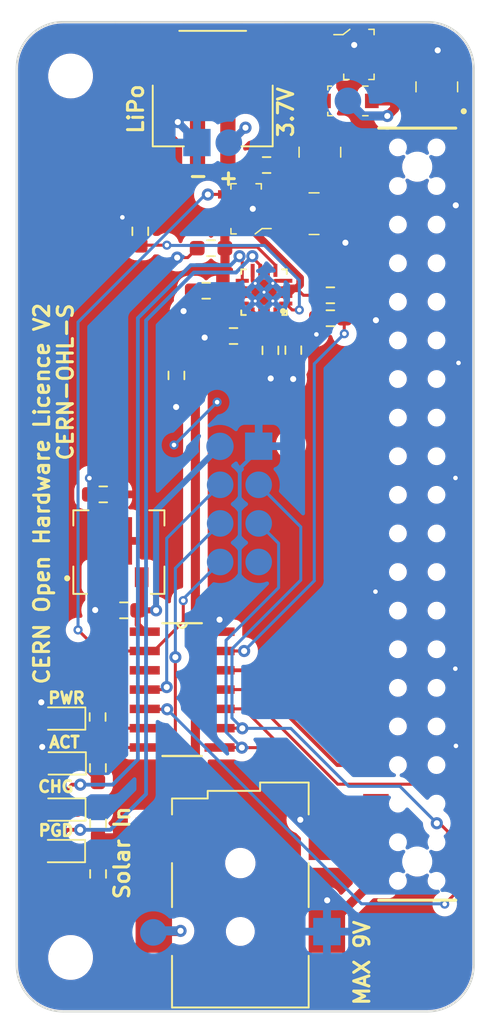
<source format=kicad_pcb>
(kicad_pcb (version 20221018) (generator pcbnew)
  (layers (0 "F.Cu" signal) (31 "B.Cu" signal) (34 "B.Paste" user) (35 "F.Paste" user) (36 "B.SilkS" user "B.Silkscreen") (37 "F.SilkS" user "F.Silkscreen") (38 "B.Mask" user) (39 "F.Mask" user) (44 "Edge.Cuts" user))
  (net 0 "")
  (net 1 "5v2RPi")
  (net 2 "GND")
  (net 3 "VccSolar")
  (net 4 "VccBattery")
  (net 5 "VccBQ")
  (net 6 "3v_to_ATtiny")
  (footprint "Resistor_SMD:R_0603_1608Metric_Pad0.98x0.95mm_HandSolder" (layer "F.Cu") (at 171.25 83.84)
    (fp_text reference "R1" hide)
    (fp_text value "10k" hide)
  )
  (footprint "" (layer "F.Cu") (at 170.73 109.96)
    (fp_text reference "" hide)
    (fp_text value "" hide)
  )
  (footprint "Fiducial:Fiducial_1mm_Mask2mm" (layer "F.Cu") (at 161.96 76.11)
    (fp_text reference "FID1" hide)
    (fp_text value "Fiducial_1mm_Mask2mm" hide)
  )
  (footprint "digikey-footprints:ATtiny84-SSFR" (layer "F.Cu") (at 165.6862 118.355)
    (fp_text reference "U1" hide)
    (fp_text value "ATtiny84-SSFR" hide)
  )
  (footprint "LED_SMD:LED_0603_1608Metric_Pad1.05x0.95mm_HandSolder" (layer "F.Cu") (at 157.635 128.98 180)
    (fp_text reference "D1" hide)
    (fp_text value "" hide)
  )
  (footprint "Fiducial:Fiducial_1mm_Mask2mm" (layer "F.Cu") (at 182.66 137.31)
    (fp_text reference "FID4" hide)
    (fp_text value "Fiducial_1mm_Mask2mm" hide)
  )
  (footprint "Resistor_SMD:R_0603_1608Metric_Pad0.98x0.95mm_HandSolder" (layer "F.Cu") (at 167.27 92.11)
    (fp_text reference "C1" hide)
    (fp_text value "10uf" hide)
  )
  (footprint "Resistor_SMD:R_0603_1608Metric_Pad0.98x0.95mm_HandSolder" (layer "F.Cu") (at 173.01 96.02 -90)
    (fp_text reference "R4" hide)
    (fp_text value "1.13k" hide)
  )
  (footprint "Resistor_SMD:R_0603_1608Metric_Pad0.98x0.95mm_HandSolder" (layer "F.Cu") (at 175.45 92.41)
    (fp_text reference "R1" hide)
    (fp_text value "10k" hide)
  )
  (footprint "digikey-kicad-library:AP2126-WG" (layer "F.Cu") (at 169.9 86.72 90)
    (fp_text reference "U4" hide)
    (fp_text value "AP2161-WG" hide)
  )
  (footprint "digikey-footprints:SMT_Solar_barrel" (layer "F.Cu") (at 163.82 128.17 90)
    (fp_text reference "J3" hide)
    (fp_text value "SMT_Solar_barrel" hide)
  )
  (footprint "Fiducial:Fiducial_1mm_Mask2mm" (layer "F.Cu") (at 156.48 82.99)
    (fp_text reference "FID3" hide)
    (fp_text value "Fiducial_1mm_Mask2mm" hide)
  )
  (footprint "Resistor_SMD:R_0603_1608Metric_Pad0.98x0.95mm_HandSolder" (layer "F.Cu") (at 175.45 93.92)
    (fp_text reference "R1" hide)
    (fp_text value "10k" hide)
  )
  (footprint "digikey-footprints:RPi_SMD" (layer "F.Cu") (at 169.135 106.33)
    (fp_text reference "REF**" hide)
    (fp_text value "RPi_SMD" hide)
    (fp_line (start -14.355 -28.85) (end -14.355 26.46) (stroke (width 0.12)) (layer "Edge.Cuts"))
    (fp_line (start -14.355 26.46) (end -14.355 30.15) (stroke (width 0.12)) (layer "Edge.Cuts"))
    (fp_line (start -7.855 -31.91) (end -11.295 -31.91) (stroke (width 0.12)) (layer "Edge.Cuts"))
    (fp_line (start 12.705 -31.91) (end -7.855 -31.91) (stroke (width 0.12)) (layer "Edge.Cuts"))
    (fp_line (start 12.705 33.21) (end -11.295 33.21) (stroke (width 0.12)) (layer "Edge.Cuts"))
    (fp_line (start 15.765 -28.85) (end 15.765 30.15) (stroke (width 0.12)) (layer "Edge.Cuts"))
    (fp_arc (start -14.355 -28.85) (mid -13.458747 -31.013747) (end -11.295 -31.91) (stroke (width 0.12)) (layer "Edge.Cuts"))
    (fp_arc (start -11.295 33.21) (mid -13.458747 32.313747) (end -14.355 30.15) (stroke (width 0.12)) (layer "Edge.Cuts"))
    (fp_arc (start 12.705 -31.91) (mid 14.868747 -31.013747) (end 15.765 -28.85) (stroke (width 0.12)) (layer "Edge.Cuts"))
    (fp_arc (start 15.765 30.15) (mid 14.868747 32.313747) (end 12.705 33.21) (stroke (width 0.12)) (layer "Edge.Cuts"))
  )
  (footprint "LOGO" (layer "F.Cu") (at 160.965646 95.101101 90)
    (fp_text reference "G***" hide)
    (fp_text value "LOGO" hide)
  )
  (footprint "Resistor_SMD:R_0603_1608Metric_Pad0.98x0.95mm_HandSolder" (layer "F.Cu") (at 167.59 89.31)
    (fp_text reference "C1" hide)
    (fp_text value "10uf" hide)
  )
  (footprint "digikey-kicad-library:1210" (layer "F.Cu") (at 174.77 82.995 90)
    (fp_text reference "L1" hide)
    (fp_text value "2.2 µH Shielded Inductor 2.5 A 90mOhm Max 1210" hide)
  )
  (footprint "Fiducial:Fiducial_1mm_Mask2mm" (layer "F.Cu") (at 173.57 76.11)
    (fp_text reference "FID2" hide)
    (fp_text value "Fiducial_1mm_Mask2mm" hide)
  )
  (footprint "digikey:JST_S2B-PH-SM4-TB(LF)(SN)" (layer "F.Cu") (at 167.7 82.26 180)
    (fp_text reference "J1" hide)
    (fp_text value "JST_S2B-PH-SM4-TB_LF__SN_" hide)
  )
  (footprint "Fiducial:Fiducial_1mm_Mask2mm" (layer "F.Cu") (at 174.93 90.27)
    (fp_text reference "FID7" hide)
    (fp_text value "Fiducial_1mm_Mask2mm" hide)
  )
  (footprint "" (layer "F.Cu") (at 168.19 107.42)
    (fp_text reference "" hide)
    (fp_text value "" hide)
  )
  (footprint "" (layer "F.Cu") (at 168.19 109.96)
    (fp_text reference "" hide)
    (fp_text value "" hide)
  )
  (footprint "" (layer "F.Cu") (at 168.76 82.37)
    (fp_text reference "" hide)
    (fp_text value "" hide)
  )
  (footprint "LED_SMD:LED_0603_1608Metric_Pad1.05x0.95mm_HandSolder" (layer "F.Cu") (at 157.6525 120.26 180)
    (fp_text reference "D1" hide)
    (fp_text value "" hide)
  )
  (footprint "digikey-kicad-library:1210" (layer "F.Cu") (at 174.375 87.05)
    (fp_text reference "C3" hide)
    (fp_text value "100uf 1210" hide)
  )
  (footprint "" (layer "F.Cu") (at 168.19 104.88)
    (fp_text reference "" hide)
    (fp_text value "" hide)
  )
  (footprint "" (layer "F.Cu") (at 170.73 107.42)
    (fp_text reference "" hide)
    (fp_text value "" hide)
  )
  (footprint "Fiducial:Fiducial_1mm_Mask2mm" (layer "F.Cu") (at 162.34 137.83)
    (fp_text reference "FID5" hide)
    (fp_text value "Fiducial_1mm_Mask2mm" hide)
  )
  (footprint "digikey-kicad-library:1210" (layer "F.Cu") (at 182.47 78.695 90)
    (fp_text reference "C3" hide)
    (fp_text value "100uf 1210" hide)
  )
  (footprint "Resistor_SMD:R_0603_1608Metric_Pad0.98x0.95mm_HandSolder" (layer "F.Cu") (at 165.31 97.6825 90)
    (fp_text reference "R4" hide)
    (fp_text value "1.18k" hide)
  )
  (footprint "LED_SMD:LED_0603_1608Metric_Pad1.05x0.95mm_HandSolder" (layer "F.Cu") (at 157.665 126.25 180)
    (fp_text reference "D1" hide)
    (fp_text value "" hide)
  )
  (footprint "digikey-kicad-library:SOD-123" (layer "F.Cu") (at 176.605 79.62 180)
    (fp_text reference "D2" hide)
    (fp_text value "Diode 60 V 2A Surface Mount SOD-123F" hide)
  )
  (footprint "Resistor_SMD:R_0603_1608Metric_Pad0.98x0.95mm_HandSolder" (layer "F.Cu") (at 161.85 113.14)
    (fp_text reference "C1" hide)
    (fp_text value "10uf" hide)
  )
  (footprint "LOGO" (layer "F.Cu") (at 172.86 105.75)
    (fp_text reference "G***" hide)
    (fp_text value "LOGO" hide)
  )
  (footprint "digikey-footprints:REG_MCP1700T-3602E_MB" (layer "F.Cu") (at 161.52 109.3075)
    (fp_text reference "U2" hide)
    (fp_text value "REG_MCP1700T-3602E/MB" hide)
  )
  (footprint "" (layer "F.Cu") (at 170.73 104.88)
    (fp_text reference "" hide)
    (fp_text value "" hide)
  )
  (footprint "Resistor_SMD:R_0603_1608Metric_Pad0.98x0.95mm_HandSolder" (layer "F.Cu") (at 160.49 105.51)
    (fp_text reference "C1" hide)
    (fp_text value "10uf" hide)
  )
  (footprint "Resistor_SMD:R_0603_1608Metric_Pad0.98x0.95mm_HandSolder" (layer "F.Cu") (at 160.12 120.1575 -90)
    (fp_text reference "R2" hide)
    (fp_text value "1k" hide)
  )
  (footprint "Resistor_SMD:R_0603_1608Metric_Pad0.98x0.95mm_HandSolder" (layer "F.Cu") (at 160.15 127.1525 -90)
    (fp_text reference "R2" hide)
    (fp_text value "1k" hide)
  )
  (footprint "Resistor_SMD:R_0603_1608Metric_Pad0.98x0.95mm_HandSolder" (layer "F.Cu") (at 160.15 130.4825 90)
    (fp_text reference "R2" hide)
    (fp_text value "1k" hide)
  )
  (footprint "Resistor_SMD:R_0603_1608Metric_Pad0.98x0.95mm_HandSolder" (layer "F.Cu") (at 169.07 95.09)
    (fp_text reference "C1" hide)
    (fp_text value "10uf" hide)
  )
  (footprint "digikey:bq2407" (layer "F.Cu") (at 171.08 92.205 90)
    (fp_text reference "U3" hide)
    (fp_text value "bq2407" hide)
  )
  (footprint "Fiducial:Fiducial_1mm_Mask2mm" (layer "F.Cu") (at 156.55 131.98)
    (fp_text reference "FID6" hide)
    (fp_text value "Fiducial_1mm_Mask2mm" hide)
  )
  (footprint "Resistor_SMD:R_0603_1608Metric_Pad0.98x0.95mm_HandSolder" (layer "F.Cu") (at 171.5 96.0325 -90)
    (fp_text reference "R1" hide)
    (fp_text value "10k" hide)
  )
  (footprint "LED_SMD:LED_0603_1608Metric_Pad1.05x0.95mm_HandSolder" (layer "F.Cu") (at 157.6875 123.21 180)
    (fp_text reference "D1" hide)
    (fp_text value "" hide)
  )
  (footprint "digikey-kicad-library:TPS613222A" (layer "F.Cu") (at 177.33 76.56 -90)
    (fp_text reference "U5" hide)
    (fp_text value "TPS613222A" hide)
  )
  (footprint "Fiducial:Fiducial_1mm_Mask2mm" (layer "F.Cu") (at 172.86 102.23)
    (fp_text reference "FID7" hide)
    (fp_text value "Fiducial_1mm_Mask2mm" hide)
  )
  (footprint "" (layer "F.Cu") (at 176.605 79.62)
    (fp_text reference "" hide)
    (fp_text value "" hide)
  )
  (footprint "" (layer "F.Cu") (at 166.66 82.36)
    (fp_text reference "")
    (fp_text value "")
  )
  (footprint "" (layer "F.Cu") (at 163.79 134.33)
    (fp_text reference "" hide)
    (fp_text value "" hide)
  )
  (footprint "Resistor_SMD:R_0603_1608Metric_Pad0.98x0.95mm_HandSolder" (layer "F.Cu") (at 162.93 88.2 90)
    (fp_text reference "R1" hide)
    (fp_text value "10k" hide)
  )
  (footprint "Resistor_SMD:R_0603_1608Metric_Pad0.98x0.95mm_HandSolder" (layer "F.Cu") (at 160.14 123.5075 -90)
    (fp_text reference "R2" hide)
    (fp_text value "1k" hide)
  )
  (footprint "digikey-footprints:Square_Test_Point_4_GPIO" (layer "B.Cu") (at 175.22 134.28 180)
    (fp_text reference "REF**" hide)
    (fp_text value "Round_TP" hide)
  )
  (footprint "digikey-footprints:Square_Test_Point_4_GPIO" (layer "B.Cu") (at 170.73 102.34 180)
    (fp_text reference "REF**" hide)
    (fp_text value "Round_TP" hide)
  )
  (footprint "digikey-footprints:Round_Test_Point_4_GPIO" (layer "B.Cu") (at 168.18 102.35 180)
    (fp_text reference "REF**" hide)
    (fp_text value "Round_TP" hide)
  )
  (gr_text "ACT" (at 156.83 122.26) (layer "F.SilkS") (effects (font (size 0.75 0.75) (thickness 0.1875) bold) (justify left bottom)))
  (gr_text "CHG\n" (at 156.1 125.18) (layer "F.SilkS") (effects (font (size 0.75 0.75) (thickness 0.1875) bold) (justify left bottom)))
  (gr_text "Solar In" (at 162.31 132.25 90) (layer "F.SilkS") (effects (font (size 1 1) (thickness 0.2) bold) (justify left bottom)))
  (gr_text "3.7V" (at 173.1 82.11 90) (layer "F.SilkS") (effects (font (size 1 1) (thickness 0.2) bold) (justify left bottom)))
  (gr_text "MAX 9V" (at 178.12 139.23 90) (layer "F.SilkS") (effects (font (size 1 1) (thickness 0.2) bold) (justify left bottom)))
  (gr_text "PGD" (at 156.13 128.07) (layer "F.SilkS") (effects (font (size 0.75 0.75) (thickness 0.1875) bold) (justify left bottom)))
  (gr_text "CERN Open Hardware Licence V2" (at 157.03 118.12 90) (layer "F.SilkS") (effects (font (size 1 1) (thickness 0.2) bold) (justify left bottom)))
  (gr_text "-" (at 165.99 85.11) (layer "F.SilkS") (effects (font (size 1 1) (thickness 0.2) bold) (justify left bottom)))
  (gr_text "LiPo" (at 163.22 81.88 90) (layer "F.SilkS") (effects (font (size 1 1) (thickness 0.2) bold) (justify left bottom)))
  (gr_text "PWR" (at 156.77 119.35) (layer "F.SilkS") (effects (font (size 0.75 0.75) (thickness 0.1875) bold) (justify left bottom)))
  (gr_text "CERN-OHL-S" (at 158.59 103.39 90) (layer "F.SilkS") (effects (font (size 1 1) (thickness 0.2) bold) (justify left bottom)))
  (gr_text "+" (at 167.99 85.25) (layer "F.SilkS") (effects (font (size 1 1) (thickness 0.2) bold) (justify left bottom)))
  (segment (start 176.3625 93.92) (end 176.3625 94.9325) (width 0.2) (layer "F.Cu") (net 0))
  (segment (start 175.935 124.58) (end 182.61 124.58) (width 0.2) (layer "F.Cu") (net 0))
  (segment (start 160.295 120.895) (end 160.12 121.07) (width 0.2) (layer "F.Cu") (net 0))
  (segment (start 164.505 118.355) (end 164.67 118.19) (width 0.2) (layer "F.Cu") (net 0))
  (segment (start 171.25 87.67) (end 172.615 87.67) (width 0.7) (layer "F.Cu") (net 0))
  (segment (start 171.33 94.95) (end 171.5 95.12) (width 0.2) (layer "F.Cu") (net 0))
  (segment (start 173.23 87.05) (end 173.23 85.96) (width 0.5) (layer "F.Cu") (net 0))
  (segment (start 171.25 84.7525) (end 171.25 85.77) (width 0.2) (layer "F.Cu") (net 0))
  (segment (start 160.12 119.245) (end 159.5425 119.245) (width 0.2) (layer "F.Cu") (net 0))
  (segment (start 170.31 89.8395) (end 170.31 89.911726) (width 0.2) (layer "F.Cu") (net 0))
  (segment (start 164.68 89.1125) (end 162.93 89.1125) (width 0.2) (layer "F.Cu") (net 0))
  (segment (start 177.33 125.43) (end 177.76 125.86) (width 0.2) (layer "F.Cu") (net 0))
  (segment (start 172.615 87.67) (end 173.235 87.05) (width 0.5) (layer "F.Cu") (net 0))
  (segment (start 183.89 130.94) (end 183.89 131.56) (width 0.2) (layer "F.Cu") (net 0))
  (segment (start 168.15 118.355) (end 169.65 118.355) (width 0.2) (layer "F.Cu") (net 0))
  (segment (start 173.23 85.96) (end 175.05 84.14) (width 0.7) (layer "F.Cu") (net 0))
  (segment (start 169.467973 89.8395) (end 169.645 90.016527) (width 0.2) (layer "F.Cu") (net 0))
  (segment (start 160.14 124.42) (end 159.085 123.365) (width 0.2) (layer "F.Cu") (net 0))
  (segment (start 169.62 119.625) (end 169.745 119.625) (width 0.2) (layer "F.Cu") (net 0))
  (segment (start 163.2224 122.165) (end 160.57 122.165) (width 0.2) (layer "F.Cu") (net 0))
  (segment (start 169.61 122.165) (end 169.62 122.175) (width 0.2) (layer "F.Cu") (net 0))
  (segment (start 170.985 122.175) (end 169.62 122.175) (width 0.2) (layer "F.Cu") (net 0))
  (segment (start 169.65 118.355) (end 169.68 118.325) (width 0.2) (layer "F.Cu") (net 0))
  (segment (start 158.16 127.58) (end 156.76 128.98) (width 0.25) (layer "F.Cu") (net 0))
  (segment (start 158.43 124.61) (end 156.79 126.25) (width 0.25) (layer "F.Cu") (net 0))
  (segment (start 176.3625 92.41) (end 176.3625 93.92) (width 0.2) (layer "F.Cu") (net 0))
  (segment (start 176.55 126.07) (end 178.45 127.97) (width 0.2) (layer "F.Cu") (net 0))
  (segment (start 169.745 119.625) (end 175.55 125.43) (width 0.2) (layer "F.Cu") (net 0))
  (segment (start 163.2474 119.65) (end 163.2224 119.625) (width 0.2) (layer "F.Cu") (net 0))
  (segment (start 167.39 85.77) (end 168.55 85.77) (width 0.2) (layer "F.Cu") (net 0))
  (segment (start 158.97 127.58) (end 158.16 127.58) (width 0.25) (layer "F.Cu") (net 0))
  (segment (start 169.645 90.016527) (end 169.645 91.455) (width 0.2) (layer "F.Cu") (net 0))
  (segment (start 163.2224 120.895) (end 160.295 120.895) (width 0.2) (layer "F.Cu") (net 0))
  (segment (start 170.3375 83.84) (end 171.25 84.7525) (width 0.2) (layer "F.Cu") (net 0))
  (segment (start 165.7605 112.5) (end 165.7605 113.8769) (width 0.2) (layer "F.Cu") (net 0))
  (segment (start 175.555 75.61) (end 175.98 75.61) (width 0.6) (layer "F.Cu") (net 0))
  (segment (start 175.03 81.59) (end 174.77 81.85) (width 0.6) (layer "F.Cu") (net 0))
  (segment (start 165.24 116.22) (end 165.24 121.34) (width 0.2) (layer "F.Cu") (net 0))
  (segment (start 167.21 94.16) (end 165.31 96.06) (width 0.2) (layer "F.Cu") (net 0))
  (segment (start 160.215 115.815) (end 163.2224 115.815) (width 0.2) (layer "F.Cu") (net 0))
  (segment (start 168.15 115.815) (end 169.77 115.815) (width 0.2) (layer "F.Cu") (net 0))
  (segment (start 158.785 130.03) (end 158.785 129.255) (width 0.2) (layer "F.Cu") (net 0))
  (segment (start 176.3625 94.9325) (end 176.37 94.94) (width 0.2) (layer "F.Cu") (net 0))
  (segment (start 160.57 122.165) (end 160.14 122.595) (width 0.2) (layer "F.Cu") (net 0))
  (segment (start 182.64 127.15) (end 183.89 128.4) (width 0.2) (layer "F.Cu") (net 0))
  (segment (start 178.45 127.97) (end 178.45 128.4) (width 0.2) (layer "F.Cu") (net 0))
  (segment (start 182.46 127.15) (end 182.64 127.15) (width 0.2) (layer "F.Cu") (net 0))
  (segment (start 174.88 126.07) (end 170.985 122.175) (width 0.2) (layer "F.Cu") (net 0))
  (segment (start 168.15 119.625) (end 169.62 119.625) (width 0.2) (layer "F.Cu") (net 0))
  (segment (start 176.55 126.07) (end 174.88 126.07) (width 0.2) (layer "F.Cu") (net 0))
  (segment (start 159.5425 119.245) (end 158.5275 120.26) (width 0.2) (layer "F.Cu") (net 0))
  (segment (start 165.7605 113.8769) (end 163.8224 115.815) (width 0.2) (layer "F.Cu") (net 0))
  (segment (start 175.03 79.62) (end 175.03 76.135) (width 0.6) (layer "F.Cu") (net 0))
  (segment (start 171.83 93.64) (end 171.83 93.82) (width 0.2) (layer "F.Cu") (net 0))
  (segment (start 168.15 120.895) (end 169.64 120.895) (width 0.2) (layer "F.Cu") (net 0))
  (segment (start 169.67 117.085) (end 175.905 123.32) (width 0.25) (layer "F.Cu") (net 0))
  (segment (start 177.76 125.86) (end 178.45 125.86) (width 0.2) (layer "F.Cu") (net 0))
  (segment (start 164.415 122.165) (end 163.2224 122.165) (width 0.2) (layer "F.Cu") (net 0))
  (segment (start 171.33 94.79) (end 171.45 94.91) (width 0.2) (layer "F.Cu") (net 0))
  (segment (start 163.8224 115.815) (end 163.2224 115.815) (width 0.2) (layer "F.Cu") (net 0))
  (segment (start 171.33 93.64) (end 171.33 94.95) (width 0.2) (layer "F.Cu") (net 0))
  (segment (start 159.085 123.365) (end 158.575 123.365) (width 0.2) (layer "F.Cu") (net 0))
  (segment (start 171.83 93.82) (end 172.92 94.91) (width 0.2) (layer "F.Cu") (net 0))
  (segment (start 169.64 120.895) (end 169.65 120.905) (width 0.2) (layer "F.Cu") (net 0))
  (segment (start 168.15 122.165) (end 169.61 122.165) (width 0.2) (layer "F.Cu") (net 0))
  (segment (start 172.934878 93.374878) (end 172.515 92.955) (width 0.2) (layer "F.Cu") (net 0))
  (segment (start 165.24 121.34) (end 164.415 122.165) (width 0.2) (layer "F.Cu") (net 0))
  (segment (start 168.44 94.16) (end 167.21 94.16) (width 0.2) (layer "F.Cu") (net 0))
  (segment (start 162.9225 89.12) (end 162.93 89.1125) (width 0.2) (layer "F.Cu") (net 0))
  (segment (start 158.785 130.03) (end 160.15 131.395) (width 0.2) (layer "F.Cu") (net 0))
  (segment (start 169.645 92.955) (end 168.44 94.16) (width 0.2) (layer "F.Cu") (net 0))
  (segment (start 169.62 119.625) (end 169.63 119.615) (width 0.2) (layer "F.Cu") (net 0))
  (segment (start 164.7 119.65) (end 163.2474 119.65) (width 0.2) (layer "F.Cu") (net 0))
  (segment (start 163.2224 118.355) (end 164.505 118.355) (width 0.2) (layer "F.Cu") (net 0))
  (segment (start 175.03 76.135) (end 175.555 75.61) (width 0.6) (layer "F.Cu") (net 0))
  (segment (start 158.83 114.43) (end 160.215 115.815) (width 0.2) (layer "F.Cu") (net 0))
  (segment (start 171.33 94.9) (end 171.5 95.07) (width 0.2) (layer "F.Cu") (net 0))
  (segment (start 165.31 96.06) (end 165.31 96.77) (width 0.2) (layer "F.Cu") (net 0))
  (segment (start 175.55 125.43) (end 177.33 125.43) (width 0.2) (layer "F.Cu") (net 0))
  (segment (start 170.31 89.911726) (end 170.83 90.431726) (width 0.2) (layer "F.Cu") (net 0))
  (segment (start 175.905 123.32) (end 178.45 123.32) (width 0.25) (layer "F.Cu") (net 0))
  (segment (start 169.68 118.325) (end 175.935 124.58) (width 0.2) (layer "F.Cu") (net 0))
  (segment (start 158.785 129.255) (end 158.51 128.98) (width 0.2) (layer "F.Cu") (net 0))
  (segment (start 173.405122 93.374878) (end 172.934878 93.374878) (width 0.2) (layer "F.Cu") (net 0))
  (segment (start 170.83 90.431726) (end 170.83 90.77) (width 0.2) (layer "F.Cu") (net 0))
  (segment (start 171.33 93.64) (end 171.33 94.9) (width 0.2) (layer "F.Cu") (net 0))
  (segment (start 167.38 85.78) (end 167.39 85.77) (width 0.2) (layer "F.Cu") (net 0))
  (segment (start 182.61 124.58) (end 183.89 125.86) (width 0.2) (layer "F.Cu") (net 0))
  (segment (start 158.98 124.61) (end 158.43 124.61) (width 0.25) (layer "F.Cu") (net 0))
  (segment (start 168.15 117.085) (end 169.67 117.085) (width 0.25) (layer "F.Cu") (net 0))
  (segment (start 175.03 79.62) (end 175.03 81.59) (width 0.6) (layer "F.Cu") (net 0))
  (segment (start 183.89 131.56) (end 182.98 132.47) (width 0.2) (layer "F.Cu") (net 0))
  (segment (start 171.33 94.26) (end 171.37 94.3) (width 0) (layer "F.Cu") (net 0))
  (via (at 170.31 89.8395) (size 0.8) (drill 0.4) (layers "F.Cu" "B.Cu") (net 0))
  (via (at 158.83 114.43) (size 0.6) (drill 0.3) (layers "F.Cu" "B.Cu") (net 0))
  (via (at 182.46 127.15) (size 0.8) (drill 0.4) (layers "F.Cu" "B.Cu") (net 0))
  (via (at 165.24 116.22) (size 0.8) (drill 0.4) (layers "F.Cu" "B.Cu") (net 0))
  (via (at 167.38 85.78) (size 0.8) (drill 0.4) (layers "F.Cu" "B.Cu") (net 0))
  (via (at 169.62 122.175) (size 0.8) (drill 0.4) (layers "F.Cu" "B.Cu") (net 0))
  (via (at 165.7605 112.5) (size 0.6) (drill 0.3) (layers "F.Cu" "B.Cu") (net 0))
  (via (at 164.68 89.1125) (size 0.6) (drill 0.3) (layers "F.Cu" "B.Cu") (net 0))
  (via (at 158.97 127.58) (size 0.8) (drill 0.4) (layers "F.Cu" "B.Cu") (net 0))
  (via (at 164.7 119.65) (size 0.8) (drill 0.4) (layers "F.Cu" "B.Cu") (net 0))
  (via (at 173.405122 93.374878) (size 0.6) (drill 0.3) (layers "F.Cu" "B.Cu") (net 0))
  (via (at 169.77 115.815) (size 0.8) (drill 0.4) (layers "F.Cu" "B.Cu") (net 0))
  (via (at 158.98 124.61) (size 0.8) (drill 0.4) (layers "F.Cu" "B.Cu") (net 0))
  (via (at 176.37 94.94) (size 0.6) (drill 0.3) (layers "F.Cu" "B.Cu") (net 0))
  (via (at 169.467973 89.8395) (size 0.8) (drill 0.4) (layers "F.Cu" "B.Cu") (net 0))
  (via (at 164.67 118.19) (size 0.8) (drill 0.4) (layers "F.Cu" "B.Cu") (net 0))
  (via (at 169.65 120.905) (size 0.8) (drill 0.4) (layers "F.Cu" "B.Cu") (net 0))
  (via (at 182.98 132.47) (size 0.6) (drill 0.3) (layers "F.Cu" "B.Cu") (net 0))
  (segment (start 163.31 94.06) (end 163.31 125.23) (width 0.25) (layer "B.Cu") (net 0))
  (segment (start 169.77 115.815) (end 174.4 111.185) (width 0.2) (layer "B.Cu") (net 0))
  (segment (start 169.65 120.905) (end 169.65 120.9) (width 0.2) (layer "B.Cu") (net 0))
  (segment (start 168.877473 90.43) (end 166.25 90.43) (width 0.25) (layer "B.Cu") (net 0))
  (segment (start 173.5 107.65) (end 170.73 104.88) (width 0.2) (layer "B.Cu") (net 0))
  (segment (start 172.845 120.905) (end 169.65 120.905) (width 0.2) (layer "B.Cu") (net 0))
  (segment (start 164.68 89.1125) (end 164.6975 89.13) (width 0.2) (layer "B.Cu") (net 0))
  (segment (start 169.467973 89.8395) (end 168.877473 90.43) (width 0.25) (layer "B.Cu") (net 0))
  (segment (start 168.58 121.15) (end 168.58 115.11) (width 0.2) (layer "B.Cu") (net 0))
  (segment (start 168.58 115.11) (end 172.04 111.65) (width 0.2) (layer "B.Cu") (net 0))
  (segment (start 165.24 116.22) (end 165.24 110.37) (width 0.2) (layer "B.Cu") (net 0))
  (segment (start 174.39 96.92) (end 176.37 94.94) (width 0.2) (layer "B.Cu") (net 0))
  (segment (start 165.7605 112.5) (end 165.76 112.4995) (width 0.2) (layer "B.Cu") (net 0))
  (segment (start 162.77 93.91) (end 162.77 122.9525) (width 0.25) (layer "B.Cu") (net 0))
  (segment (start 182.96 132.45) (end 182.98 132.47) (width 0.2) (layer "B.Cu") (net 0))
  (segment (start 169.2395 90.91) (end 166.46 90.91) (width 0.25) (layer "B.Cu") (net 0))
  (segment (start 165.76 112.4995) (end 165.76 112.39) (width 0.2) (layer "B.Cu") (net 0))
  (segment (start 172.04 111.65) (end 172.04 108.73) (width 0.2) (layer "B.Cu") (net 0))
  (segment (start 161.1125 124.61) (end 158.98 124.61) (width 0.25) (layer "B.Cu") (net 0))
  (segment (start 174.39 111.175) (end 174.39 96.92) (width 0.2) (layer "B.Cu") (net 0))
  (segment (start 167.22 85.78) (end 167.38 85.78) (width 0.2) (layer "B.Cu") (net 0))
  (segment (start 164.6975 89.13) (end 171.11 89.13) (width 0.2) (layer "B.Cu") (net 0))
  (segment (start 158.83 114.43) (end 158.83 94.17) (width 0.2) (layer "B.Cu") (net 0))
  (segment (start 166.46 90.91) (end 163.31 94.06) (width 0.25) (layer "B.Cu") (net 0))
  (segment (start 169.605 122.175) (end 168.58 121.15) (width 0.2) (layer "B.Cu") (net 0))
  (segment (start 169.62 122.175) (end 169.605 122.175) (width 0.2) (layer "B.Cu") (net 0))
  (segment (start 165.24 110.37) (end 168.19 107.42) (width 0.2) (layer "B.Cu") (net 0))
  (segment (start 169.62 122.175) (end 169.985 122.175) (width 0.2) (layer "B.Cu") (net 0))
  (segment (start 177.5 132.45) (end 182.96 132.45) (width 0.2) (layer "B.Cu") (net 0))
  (segment (start 182.46 127.15) (end 180.03 124.72) (width 0.2) (layer "B.Cu") (net 0))
  (segment (start 173.405122 91.425122) (end 173.405122 93.374878) (width 0.2) (layer "B.Cu") (net 0))
  (segment (start 164.67 118.19) (end 164.67 108.4) (width 0.2) (layer "B.Cu") (net 0))
  (segment (start 168.97 115.68) (end 173.5 111.15) (width 0.2) (layer "B.Cu") (net 0))
  (segment (start 176.66 124.72) (end 172.845 120.905) (width 0.2) (layer "B.Cu") (net 0))
  (segment (start 174.4 111.185) (end 174.39 111.175) (width 0.2) (layer "B.Cu") (net 0))
  (segment (start 158.83 94.17) (end 167.22 85.78) (width 0.2) (layer "B.Cu") (net 0))
  (segment (start 166.25 90.43) (end 162.77 93.91) (width 0.25) (layer "B.Cu") (net 0))
  (segment (start 173.5 111.15) (end 173.5 107.65) (width 0.2) (layer "B.Cu") (net 0))
  (segment (start 164.67 108.4) (end 168.19 104.88) (width 0.2) (layer "B.Cu") (net 0))
  (segment (start 170.73 107.42) (end 172.04 108.73) (width 0.2) (layer "B.Cu") (net 0))
  (segment (start 169.65 120.9) (end 168.97 120.22) (width 0.2) (layer "B.Cu") (net 0))
  (segment (start 170.31 89.8395) (end 169.2395 90.91) (width 0.25) (layer "B.Cu") (net 0))
  (segment (start 169.65 120.905) (end 169.665 120.905) (width 0.2) (layer "B.Cu") (net 0))
  (segment (start 162.77 122.9525) (end 161.1125 124.61) (width 0.25) (layer "B.Cu") (net 0))
  (segment (start 160.96 127.58) (end 158.97 127.58) (width 0.25) (layer "B.Cu") (net 0))
  (segment (start 165.76 112.39) (end 168.19 109.96) (width 0.2) (layer "B.Cu") (net 0))
  (segment (start 171.11 89.13) (end 173.405122 91.425122) (width 0.2) (layer "B.Cu") (net 0))
  (segment (start 168.97 120.22) (end 168.97 115.68) (width 0.2) (layer "B.Cu") (net 0))
  (segment (start 163.31 125.23) (end 160.96 127.58) (width 0.25) (layer "B.Cu") (net 0))
  (segment (start 180.03 124.72) (end 176.66 124.72) (width 0.2) (layer "B.Cu") (net 0))
  (segment (start 164.7 119.65) (end 177.5 132.45) (width 0.2) (layer "B.Cu") (net 0))
  (segment (start 180.39 79.62) (end 180.61 79.84) (width 0.5) (layer "F.Cu") (net 1))
  (segment (start 178.68 77.91) (end 178.68 77.51) (width 0.6) (layer "F.Cu") (net 1))
  (segment (start 179.67 79.62) (end 180.39 79.62) (width 0.6) (layer "F.Cu") (net 1))
  (segment (start 179.2 80.61) (end 179.68 80.13) (width 0.6) (layer "F.Cu") (net 1))
  (segment (start 182.47 79.84) (end 180.61 79.84) (width 0.6) (layer "F.Cu") (net 1))
  (segment (start 179.615 78.845) (end 178.68 77.91) (width 0.6) (layer "F.Cu") (net 1))
  (segment (start 182.74 80.11) (end 182.47 79.84) (width 0.6) (layer "F.Cu") (net 1))
  (segment (start 178.18 79.62) (end 179.67 79.62) (width 0.6) (layer "F.Cu") (net 1))
  (segment (start 183.89 82.26) (end 183.89 82.68) (width 0.6) (layer "F.Cu") (net 1))
  (segment (start 182.74 81.11) (end 183.89 82.26) (width 0.7) (layer "F.Cu") (net 1))
  (segment (start 182.74 81.11) (end 182.74 80.11) (width 0.7) (layer "F.Cu") (net 1))
  (segment (start 182.74 81.11) (end 182.74 80.85) (width 0.7) (layer "F.Cu") (net 1))
  (segment (start 179.68 80.13) (end 179.68 79.63) (width 0.6) (layer "F.Cu") (net 1))
  (segment (start 179.615 78.845) (end 180.61 79.84) (width 0.6) (layer "F.Cu") (net 1))
  (via (at 179.2 80.61) (size 0.8) (drill 0.4) (layers "F.Cu" "B.Cu") (net 1))
  (segment (start 177.595 80.61) (end 176.605 79.62) (width 0.6) (layer "B.Cu") (net 1))
  (segment (start 179.2 80.61) (end 177.595 80.61) (width 0.6) (layer "B.Cu") (net 1))
  (segment (start 183.72 123.15) (end 183.89 123.32) (width 0.2) (layer "F.Cu") (net 2))
  (segment (start 166.0575 89.93) (end 166.6775 89.31) (width 0.2) (layer "F.Cu") (net 2))
  (segment (start 170.33 91.455) (end 170.5 91.625) (width 0.25) (layer "F.Cu") (net 2))
  (segment (start 175.98 76.56) (end 176.4 76.56) (width 0.25) (layer "F.Cu") (net 2))
  (segment (start 172.515 91.455) (end 171.83 91.455) (width 0.25) (layer "F.Cu") (net 2))
  (segment (start 183.69 104.43) (end 183.69 105.34) (width 0.6) (layer "F.Cu") (net 2))
  (segment (start 173.01 97.9095) (end 173 97.9195) (width 0.2) (layer "F.Cu") (net 2))
  (segment (start 159.5775 105.51) (end 159.5775 104.4425) (width 0.2) (layer "F.Cu") (net 2))
  (segment (start 168.0575 95.19) (end 168.1575 95.09) (width 0.25) (layer "F.Cu") (net 2))
  (segment (start 182.52 77.5) (end 182.47 77.55) (width 0.2) (layer "F.Cu") (net 2))
  (segment (start 160.02 113.06) (end 159.96 113.12) (width 0.4) (layer "F.Cu") (net 2))
  (segment (start 170.3 86.74) (end 170.31 86.75) (width 0.2) (layer "F.Cu") (net 2))
  (segment (start 174.5375 93.92) (end 174.5375 94.975) (width 0.2) (layer "F.Cu") (net 2))
  (segment (start 175.22 132.24) (end 175.24 132.22) (width 0.5) (layer "F.Cu") (net 2))
  (segment (start 156.41 119.19) (end 156.41 119.8925) (width 0.25) (layer "F.Cu") (net 2))
  (segment (start 161.7575 87.2875) (end 161.75 87.28) (width 0.2) (layer "F.Cu") (net 2))
  (segment (start 171.52 97.882) (end 171.52 96.965) (width 0.2) (layer "F.Cu") (net 2))
  (segment (start 183.71 86.49) (end 183.71 87.58) (width 0.2) (layer "F.Cu") (net 2))
  (segment (start 171.33 91.295) (end 171.33 90.77) (width 0.25) (layer "F.Cu") (net 2))
  (segment (start 156.47 122.13) (end 156.83 122.49) (width 0.25) (layer "F.Cu") (net 2))
  (segment (start 183.71 87.58) (end 183.89 87.76) (width 0.2) (layer "F.Cu") (net 2))
  (segment (start 166.65 82.26) (end 165.4 81.01) (width 0.5) (layer "F.Cu") (net 2))
  (segment (start 176.4 76.56) (end 177.02 75.94) (width 0.25) (layer "F.Cu") (net 2))
  (segment (start 175.525 88.035) (end 175.525 86.33) (width 0.4) (layer "F.Cu") (net 2))
  (segment (start 156.83 122.49) (end 156.83 123.36) (width 0.25) (layer "F.Cu") (net 2))
  (segment (start 178.45 111.94) (end 178.42 111.91) (width 0.2) (layer "F.Cu") (net 2))
  (segment (start 174.5375 94.975) (end 174.53 94.9825) (width 0) (layer "F.Cu") (net 2))
  (segment (start 175.22 128.17) (end 177.99 130.94) (width 0.6) (layer "F.Cu") (net 2))
  (segment (start 176.44 88.95) (end 175.525 88.035) (width 0.4) (layer "F.Cu") (net 2))
  (segment (start 183.89 96.86) (end 183.89 97.92) (width 0.2) (layer "F.Cu") (net 2))
  (segment (start 173.01 96.9325) (end 173.01 97.9095) (width 0.2) (layer "F.Cu") (net 2))
  (segment (start 159.5775 104.4425) (end 159.58 104.44) (width 0.2) (layer "F.Cu") (net 2))
  (segment (start 165.78 92.6875) (end 166.3575 92.11) (width 0.25) (layer "F.Cu") (net 2))
  (segment (start 183.68 116.98) (end 183.68 118.03) (width 0.2) (layer "F.Cu") (net 2))
  (segment (start 166.5 82.1) (end 166.65 82.25) (width 0.2) (layer "F.Cu") (net 2))
  (segment (start 178.45 113.16) (end 178.45 111.94) (width 0.5) (layer "F.Cu") (net 2))
  (segment (start 165.31 98.595) (end 165.31 99.74) (width 0.2) (layer "F.Cu") (net 2))
  (segment (start 174.72 128.17) (end 173.47 126.92) (width 0.6) (layer "F.Cu") (net 2))
  (segment (start 171.52 96.965) (end 171.5 96.945) (width 0.2) (layer "F.Cu") (net 2))
  (segment (start 183.68 118.03) (end 183.89 118.24) (width 0.2) (layer "F.Cu") (net 2))
  (segment (start 165.78 93.45) (end 165.78 92.6875) (width 0.25) (layer "F.Cu") (net 2))
  (segment (start 170.33 90.77) (end 170.33 91.455) (width 0.25) (layer "F.Cu") (net 2))
  (segment (start 166.7 82.26) (end 166.65 82.26) (width 0.2) (layer "F.Cu") (net 2))
  (segment (start 178.45 94.05) (end 178.45 92.84) (width 0.2) (layer "F.Cu") (net 2))
  (segment (start 171.83 91.455) (end 171.66 91.625) (width 0.25) (layer "F.Cu") (net 2))
  (segment (start 160.02 110.9575) (end 160.02 113.06) (width 0.4) (layer "F.Cu") (net 2))
  (segment (start 162.93 87.2875) (end 161.7575 87.2875) (width 0.2) (layer "F.Cu") (net 2))
  (segment (start 165.36 89.93) (end 166.0575 89.93) (width 0.2) (layer "F.Cu") (net 2))
  (segment (start 168.15 113.755) (end 168.15 114.545) (width 0.5) (layer "F.Cu") (net 2))
  (segment (start 178.265 130.94) (end 178.01 130.94) (width 0.6) (layer "F.Cu") (net 2))
  (segment (start 175.22 133.985) (end 178.265 130.94) (width 0.6) (layer "F.Cu") (net 2))
  (segment (start 175.22 128.17) (end 174.72 128.17) (width 0.6) (layer "F.Cu") (net 2))
  (segment (start 183.72 122.06) (end 183.72 123.15) (width 0.2) (layer "F.Cu") (net 2))
  (segment (start 183.69 105.34) (end 183.89 105.54) (width 0.2) (layer "F.Cu") (net 2))
  (segment (start 171.66 91.625) (end 171.33 91.295) (width 0.25) (layer "F.Cu") (net 2))
  (segment (start 175.22 134.27) (end 175.22 133.985) (width 0.5) (layer "F.Cu") (net 2))
  (segment (start 165.31 99.74) (end 165.29 99.76) (width 0.2) (layer "F.Cu") (net 2))
  (segment (start 171.33 91.955) (end 171.08 92.205) (width 0.25) (layer "F.Cu") (net 2))
  (segment (start 182.52 76.290498) (end 182.52 77.5) (width 0.4) (layer "F.Cu") (net 2))
  (segment (start 167.17 95.19) (end 168.0575 95.19) (width 0.25) (layer "F.Cu") (net 2))
  (segment (start 159.96 113.12) (end 160.9175 113.12) (width 0.4) (layer "F.Cu") (net 2))
  (segment (start 160.9175 113.12) (end 160.9375 113.14) (width 0.4) (layer "F.Cu") (net 2))
  (segment (start 156.41 119.8925) (end 156.7775 120.26) (width 0.25) (layer "F.Cu") (net 2))
  (segment (start 170.83 93.115) (end 170.5 92.785) (width 0.25) (layer "F.Cu") (net 2))
  (segment (start 170.31 86.75) (end 171.21 86.75) (width 0.5) (layer "F.Cu") (net 2))
  (segment (start 177.99 130.94) (end 178.265 130.94) (width 0.6) (layer "F.Cu") (net 2))
  (segment (start 170.83 93.64) (end 170.83 93.115) (width 0.25) (layer "F.Cu") (net 2))
  (segment (start 175.22 134.27) (end 175.22 132.24) (width 0.5) (layer "F.Cu") (net 2))
  (via (at 183.72 122.06) (size 0.6) (drill 0.3) (layers "F.Cu" "B.Cu") (net 2))
  (via (at 165.78 93.45) (size 0.8) (drill 0.4) (layers "F.Cu" "B.Cu") (net 2))
  (via (at 159.96 113.12) (size 0.8) (drill 0.4) (layers "F.Cu" "B.Cu") (net 2))
  (via (at 165.29 99.76) (size 0.8) (drill 0.4) (layers "F.Cu" "B.Cu") (net 2))
  (via (at 156.41 119.19) (size 0.8) (drill 0.4) (layers "F.Cu" "B.Cu") (net 2))
  (via (at 171.52 97.882) (size 0.8) (drill 0.4) (layers "F.Cu" "B.Cu") (net 2))
  (via (at 156.47 122.13) (size 0.8) (drill 0.4) (layers "F.Cu" "B.Cu") (net 2))
  (via (at 178.42 111.91) (size 0.6) (drill 0.3) (layers "F.Cu" "B.Cu") (net 2))
  (via (at 173 97.9195) (size 0.8) (drill 0.4) (layers "F.Cu" "B.Cu") (net 2))
  (via (at 167.17 95.19) (size 0.8) (drill 0.4) (layers "F.Cu" "B.Cu") (net 2))
  (via (at 176.44 88.95) (size 0.8) (drill 0.4) (layers "F.Cu" "B.Cu") (net 2))
  (via (at 183.89 96.86) (size 0.6) (drill 0.3) (layers "F.Cu" "B.Cu") (net 2))
  (via (at 161.75 87.28) (size 0.6) (drill 0.3) (layers "F.Cu" "B.Cu") (net 2))
  (via (at 165.4 81.01) (size 0.8) (drill 0.4) (layers "F.Cu" "B.Cu") (net 2))
  (via (at 174.53 94.9825) (size 0.6) (drill 0.3) (layers "F.Cu" "B.Cu") (net 2))
  (via (at 159.58 104.44) (size 0.6) (drill 0.3) (layers "F.Cu" "B.Cu") (net 2))
  (via (at 178.45 94.05) (size 0.8) (drill 0.4) (layers "F.Cu" "B.Cu") (net 2))
  (via (at 173.47 126.92) (size 0.8) (drill 0.4) (layers "F.Cu" "B.Cu") (net 2))
  (via (at 182.52 76.290498) (size 0.8) (drill 0.4) (layers "F.Cu" "B.Cu") (net 2))
  (via (at 177.02 75.94) (size 0.8) (drill 0.4) (layers "F.Cu" "B.Cu") (net 2))
  (via (at 183.71 86.49) (size 0.8) (drill 0.4) (layers "F.Cu" "B.Cu") (net 2))
  (via (at 175.24 132.22) (size 0.8) (drill 0.4) (layers "F.Cu" "B.Cu") (net 2))
  (via (at 183.69 104.43) (size 0.6) (drill 0.3) (layers "F.Cu" "B.Cu") (net 2))
  (via (at 168.15 113.755) (size 0.8) (drill 0.4) (layers "F.Cu" "B.Cu") (net 2))
  (via (at 183.68 116.98) (size 0.6) (drill 0.3) (layers "F.Cu" "B.Cu") (net 2))
  (via (at 165.36 89.93) (size 0.8) (drill 0.4) (layers "F.Cu" "B.Cu") (net 2))
  (via (at 170.34 86.72) (size 0.8) (drill 0.4) (layers "F.Cu" "B.Cu") (net 2))
  (segment (start 175.24 132.22) (end 175.24 134.26) (width 0.5) (layer "B.Cu") (net 2))
  (segment (start 170.73 102.56) (end 169.48 103.81) (width 0.25) (layer "B.Cu") (net 2))
  (segment (start 170.73 102.34) (end 170.73 102.56) (width 0.25) (layer "B.Cu") (net 2))
  (segment (start 170.5 92.785) (end 171.08 92.205) (width 0.25) (layer "B.Cu") (net 2))
  (segment (start 166.66 82.36) (end 166.66 82.27) (width 0.2) (layer "B.Cu") (net 2))
  (segment (start 171.66 91.625) (end 171.08 92.205) (width 0.25) (layer "B.Cu") (net 2))
  (segment (start 169.48 112.425) (end 168.15 113.755) (width 0.25) (layer "B.Cu") (net 2))
  (segment (start 169.48 103.81) (end 169.48 112.425) (width 0.25) (layer "B.Cu") (net 2))
  (segment (start 175.24 134.26) (end 175.22 134.28) (width 0.5) (layer "B.Cu") (net 2))
  (segment (start 166.66 82.27) (end 165.4 81.01) (width 0.5) (layer "B.Cu") (net 2))
  (segment (start 171.08 92.205) (end 171.66 92.785) (width 0.25) (layer "B.Cu") (net 2))
  (segment (start 171.08 92.205) (end 170.5 91.625) (width 0.25) (layer "B.Cu") (net 2))
  (segment (start 163.82 128.17) (end 163.82 134.27) (width 0.6) (layer "F.Cu") (net 3))
  (segment (start 170.05 93.93) (end 169.9825 93.9975) (width 0.2) (layer "F.Cu") (net 3))
  (segment (start 165.54 134.27) (end 165.58 134.23) (width 0.6) (layer "F.Cu") (net 3))
  (segment (start 166.56 125.43) (end 163.82 128.17) (width 0.6) (layer "F.Cu") (net 3))
  (segment (start 163.82 134.27) (end 165.54 134.27) (width 0.6) (layer "F.Cu") (net 3))
  (segment (start 166.56 98.5125) (end 166.56 125.43) (width 0.6) (layer "F.Cu") (net 3))
  (segment (start 170.05 93.92) (end 170.05 93.93) (width 0.2) (layer "F.Cu") (net 3))
  (segment (start 169.9825 95.09) (end 166.56 98.5125) (width 0.6) (layer "F.Cu") (net 3))
  (segment (start 169.9825 93.9975) (end 169.9825 95.09) (width 0.6) (layer "F.Cu") (net 3))
  (segment (start 170.33 93.64) (end 170.05 93.92) (width 0.5) (layer "F.Cu") (net 3))
  (via (at 165.58 134.23) (size 0.8) (drill 0.4) (layers "F.Cu" "B.Cu") (net 3))
  (segment (start 163.89 134.23) (end 163.79 134.33) (width 0.6) (layer "B.Cu") (net 3))
  (segment (start 165.58 134.23) (end 163.89 134.23) (width 0.6) (layer "B.Cu") (net 3))
  (segment (start 174.4975 92.41) (end 173.676 92.41) (width 0.2) (layer "F.Cu") (net 4))
  (segment (start 173.46 91.27) (end 169.71 87.52) (width 0.5) (layer "F.Cu") (net 4))
  (segment (start 172.515 91.955) (end 173.221 91.955) (width 0.5) (layer "F.Cu") (net 4))
  (segment (start 168.98 82.26) (end 169.86 81.38) (width 0.5) (layer "F.Cu") (net 4))
  (segment (start 169.55 85.27) (end 169.55 87.36) (width 0.5) (layer "F.Cu") (net 4))
  (segment (start 168.631396 83.9) (end 168.52 83.9) (width 0.2) (layer "F.Cu") (net 4))
  (segment (start 169.55 87.36) (end 169.71 87.52) (width 0.5) (layer "F.Cu") (net 4))
  (segment (start 172.871 92.099) (end 172.515 92.455) (width 0.5) (layer "F.Cu") (net 4))
  (segment (start 168.7 82.26) (end 168.7 84.42) (width 0.5) (layer "F.Cu") (net 4))
  (segment (start 173.015 91.955) (end 172.871 92.099) (width 0.5) (layer "F.Cu") (net 4))
  (segment (start 173.46 91.716) (end 173.46 91.27) (width 0.5) (layer "F.Cu") (net 4))
  (segment (start 173.221 91.955) (end 173.46 91.716) (width 0.5) (layer "F.Cu") (net 4))
  (segment (start 173.221 91.955) (end 173.015 91.955) (width 0.5) (layer "F.Cu") (net 4))
  (segment (start 168.7 82.26) (end 168.98 82.26) (width 0.5) (layer "F.Cu") (net 4))
  (segment (start 173.676 92.41) (end 173.221 91.955) (width 0.2) (layer "F.Cu") (net 4))
  (segment (start 168.7 84.42) (end 169.55 85.27) (width 0.5) (layer "F.Cu") (net 4))
  (via (at 169.86 81.38) (size 0.8) (drill 0.4) (layers "F.Cu" "B.Cu") (net 4))
  (segment (start 169.86 81.38) (end 168.87 82.37) (width 0.5) (layer "B.Cu") (net 4))
  (segment (start 168.87 82.37) (end 168.76 82.37) (width 0.2) (layer "B.Cu") (net 4))
  (segment (start 168.535 91.955) (end 168.35 92.14) (width 0.25) (layer "F.Cu") (net 5))
  (segment (start 168.5025 87.7175) (end 168.55 87.67) (width 0.4) (layer "F.Cu") (net 5))
  (segment (start 168.63 89.24) (end 168.51 89.36) (width 0.2) (layer "F.Cu") (net 5))
  (segment (start 168.51 91.93) (end 168.535 91.955) (width 0.25) (layer "F.Cu") (net 5))
  (segment (start 171.83 90.77) (end 171.83 90.431726) (width 0.2) (layer "F.Cu") (net 5))
  (segment (start 169.645 91.955) (end 168.535 91.955) (width 0.5) (layer "F.Cu") (net 5))
  (segment (start 168.51 89.3175) (end 168.5025 89.31) (width 0.5) (layer "F.Cu") (net 5))
  (segment (start 168.51 91.93) (end 168.51 89.3175) (width 0.6) (layer "F.Cu") (net 5))
  (segment (start 161.52 108.57) (end 161.52 110.87) (width 0.5) (layer "F.Cu") (net 5))
  (segment (start 161.68 108.03) (end 161.68 109.83) (width 0.4) (layer "F.Cu") (net 5))
  (segment (start 168.5025 89.31) (end 168.5025 87.7175) (width 0.6) (layer "F.Cu") (net 5))
  (segment (start 161.41 99.02) (end 168.29 92.14) (width 0.4) (layer "F.Cu") (net 5))
  (segment (start 171.83 90.431726) (end 170.638274 89.24) (width 0.2) (layer "F.Cu") (net 5))
  (segment (start 170.638274 89.24) (end 168.63 89.24) (width 0.2) (layer "F.Cu") (net 5))
  (segment (start 161.41 99.02) (end 161.41 107) (width 0.4) (layer "F.Cu") (net 5))
  (segment (start 169.645 91.955) (end 169.645 92.455) (width 0.5) (layer "F.Cu") (net 5))
  (segment (start 168.665 92.455) (end 168.35 92.14) (width 0.5) (layer "F.Cu") (net 5))
  (segment (start 161.43 105.89) (end 161.43 106.81) (width 0.25) (layer "F.Cu") (net 5))
  (segment (start 168.29 92.14) (end 168.35 92.14) (width 0.4) (layer "F.Cu") (net 5))
  (segment (start 169.645 92.455) (end 168.665 92.455) (width 0.5) (layer "F.Cu") (net 5))
  (segment (start 161.42 105.88) (end 161.43 105.89) (width 0.25) (layer "F.Cu") (net 5))
  (via (at 165.15 102.26) (size 0.6) (drill 0.3) (layers "F.Cu" "B.Cu") (net 5))
  (via (at 167.99 99.44) (size 0.6) (drill 0.3) (layers "F.Cu" "B.Cu") (net 5))
  (segment (start 165.17 102.26) (end 165.15 102.26) (width 0.2) (layer "B.Cu") (net 5))
  (segment (start 167.99 99.44) (end 165.17 102.26) (width 0.2) (layer "B.Cu") (net 5))
  (segment (start 163.02 113.02) (end 162.96 113.08) (width 0.2) (layer "F.Cu") (net 6))
  (segment (start 162.7625 113.14) (end 163.97 113.14) (width 0.4) (layer "F.Cu") (net 6))
  (segment (start 162.7625 114.0851) (end 163.2224 114.545) (width 0.4) (layer "F.Cu") (net 6))
  (segment (start 163.02 110.9575) (end 163.02 112.8825) (width 0.4) (layer "F.Cu") (net 6))
  (segment (start 163.02 112.8825) (end 162.7625 113.14) (width 0.4) (layer "F.Cu") (net 6))
  (segment (start 162.7625 113.14) (end 162.7625 114.0851) (width 0.4) (layer "F.Cu") (net 6))
  (via (at 163.97 113.14) (size 0.8) (drill 0.4) (layers "F.Cu" "B.Cu") (net 6))
  (segment (start 163.97 113.14) (end 163.97 106.56) (width 0.4) (layer "B.Cu") (net 6))
  (segment (start 163.97 106.56) (end 168.18 102.35) (width 0.4) (layer "B.Cu") (net 6))
  (zone (net 5) (net_name "VccBQ") (layer "F.Cu") (connect_pads (clearance 0.508)) (min_thickness 0.254) (fill yes (thermal_gap 0.508) (thermal_bridge_width 0.508))
    (polygon (pts (xy 185.44 79.01) (xy 185.44 81.01) (xy 185.44 81.21) (xy 185.57 140.04) (xy 169.54 139.93) (xy 162.54 139.93) (xy 154.32 139.86) (xy 154.03 131.07) (xy 153.73 125.96) (xy 154.07 100.77) (xy 154.67 73.055) (xy 173.97 73.125) (xy 175.648652 73.125) (xy 185.53 73.18)))
  )
  (zone (net 2) (net_name "GND") (layer "B.Cu") (name "Gnd") (connect_pads (clearance 0.508)) (min_thickness 0.254) (fill yes (thermal_gap 0.508) (thermal_bridge_width 0.508))
    (polygon (pts (xy 186.23 140.38) (xy 153.76 140.12) (xy 153.69 72.98) (xy 185.49 73.16)))
  )
)
</source>
